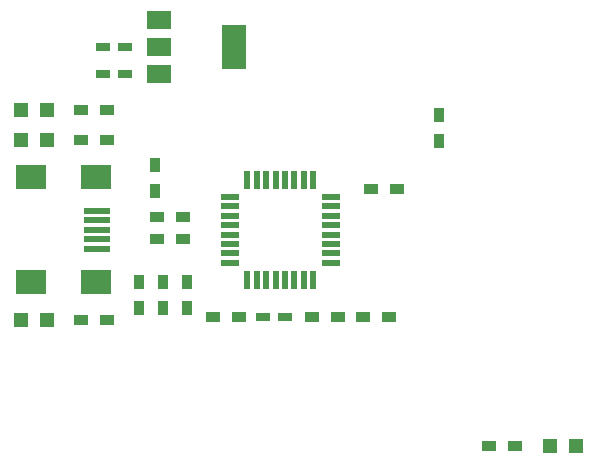
<source format=gtp>
G04 #@! TF.GenerationSoftware,KiCad,Pcbnew,(2017-05-12 revision b823d0b78)-makepkg*
G04 #@! TF.CreationDate,2017-05-13T13:58:34+02:00*
G04 #@! TF.ProjectId,avrIspMk2Clone,6176724973704D6B32436C6F6E652E6B,1.0*
G04 #@! TF.FileFunction,Paste,Top*
G04 #@! TF.FilePolarity,Positive*
%FSLAX46Y46*%
G04 Gerber Fmt 4.6, Leading zero omitted, Abs format (unit mm)*
G04 Created by KiCad (PCBNEW (2017-05-12 revision b823d0b78)-makepkg) date 05/13/17 13:58:34*
%MOMM*%
%LPD*%
G01*
G04 APERTURE LIST*
%ADD10C,0.100000*%
%ADD11R,1.200000X1.200000*%
%ADD12R,1.600000X0.550000*%
%ADD13R,0.550000X1.600000*%
%ADD14R,2.500000X2.000000*%
%ADD15R,2.300000X0.500000*%
%ADD16R,2.000000X3.800000*%
%ADD17R,2.000000X1.500000*%
%ADD18R,1.200000X0.750000*%
%ADD19R,0.900000X1.200000*%
%ADD20R,1.200000X0.900000*%
G04 APERTURE END LIST*
D10*
D11*
X83560000Y-112620000D03*
X81360000Y-112620000D03*
X81360000Y-97380000D03*
X83560000Y-97380000D03*
X83560000Y-94840000D03*
X81360000Y-94840000D03*
X128348000Y-123288000D03*
X126148000Y-123288000D03*
D12*
X107538000Y-102200000D03*
X107538000Y-103000000D03*
X107538000Y-103800000D03*
X107538000Y-104600000D03*
X107538000Y-105400000D03*
X107538000Y-106200000D03*
X107538000Y-107000000D03*
X107538000Y-107800000D03*
D13*
X106088000Y-109250000D03*
X105288000Y-109250000D03*
X104488000Y-109250000D03*
X103688000Y-109250000D03*
X102888000Y-109250000D03*
X102088000Y-109250000D03*
X101288000Y-109250000D03*
X100488000Y-109250000D03*
D12*
X99038000Y-107800000D03*
X99038000Y-107000000D03*
X99038000Y-106200000D03*
X99038000Y-105400000D03*
X99038000Y-104600000D03*
X99038000Y-103800000D03*
X99038000Y-103000000D03*
X99038000Y-102200000D03*
D13*
X100488000Y-100750000D03*
X101288000Y-100750000D03*
X102088000Y-100750000D03*
X102888000Y-100750000D03*
X103688000Y-100750000D03*
X104488000Y-100750000D03*
X105288000Y-100750000D03*
X106088000Y-100750000D03*
D14*
X82200000Y-109450000D03*
X87700000Y-109450000D03*
X82200000Y-100550000D03*
X87700000Y-100550000D03*
D15*
X87800000Y-106600000D03*
X87800000Y-105800000D03*
X87800000Y-105000000D03*
X87800000Y-104200000D03*
X87800000Y-103400000D03*
D16*
X99326000Y-89506000D03*
D17*
X93026000Y-89506000D03*
X93026000Y-91806000D03*
X93026000Y-87206000D03*
D18*
X88241000Y-91792000D03*
X90141000Y-91792000D03*
X90141000Y-89506000D03*
X88241000Y-89506000D03*
D19*
X92710000Y-101684000D03*
X92710000Y-99484000D03*
D20*
X92880000Y-103886000D03*
X95080000Y-103886000D03*
X95080000Y-105762000D03*
X92880000Y-105762000D03*
D19*
X116750000Y-97464000D03*
X116750000Y-95264000D03*
X91313000Y-111590000D03*
X91313000Y-109390000D03*
X93345000Y-109390000D03*
X93345000Y-111590000D03*
X95377000Y-111590000D03*
X95377000Y-109390000D03*
D20*
X97579000Y-112395000D03*
X99779000Y-112395000D03*
X110951000Y-101571000D03*
X113151000Y-101571000D03*
X108161000Y-112395000D03*
X105961000Y-112395000D03*
X112479000Y-112395000D03*
X110279000Y-112395000D03*
X88640000Y-112620000D03*
X86440000Y-112620000D03*
X86440000Y-97380000D03*
X88640000Y-97380000D03*
X88640000Y-94840000D03*
X86440000Y-94840000D03*
X123184000Y-123288000D03*
X120984000Y-123288000D03*
D18*
X103693000Y-112395000D03*
X101793000Y-112395000D03*
M02*

</source>
